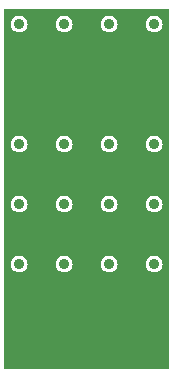
<source format=gbr>
G04 start of page 5 for group 3 idx 3 *
G04 Title: ChangeClearSize Action Test, IN3 *
G04 Creator: pcb v4.1.0-g2256aec2 *
G04 CreationDate: Sun May 13 23:41:24 2018 UTC *
G04 For: parkecw1 *
G04 Format: Gerber/RS-274X *
G04 PCB-Dimensions (mil): 1400.00 1500.00 *
G04 PCB-Coordinate-Origin: lower left *
%MOIN*%
%FSLAX25Y25*%
%LNGROUP3*%
%ADD23C,0.0200*%
%ADD22C,0.0360*%
%ADD21C,0.0001*%
G54D21*G36*
X84996Y130000D02*X90000D01*
Y10000D01*
X84996D01*
Y42192D01*
X85000Y42191D01*
X85439Y42226D01*
X85868Y42329D01*
X86275Y42497D01*
X86651Y42728D01*
X86986Y43014D01*
X87272Y43349D01*
X87503Y43725D01*
X87671Y44132D01*
X87774Y44561D01*
X87800Y45000D01*
X87774Y45439D01*
X87671Y45868D01*
X87503Y46275D01*
X87272Y46651D01*
X86986Y46986D01*
X86651Y47272D01*
X86275Y47503D01*
X85868Y47671D01*
X85439Y47774D01*
X85000Y47809D01*
X84996Y47808D01*
Y62192D01*
X85000Y62191D01*
X85439Y62226D01*
X85868Y62329D01*
X86275Y62497D01*
X86651Y62728D01*
X86986Y63014D01*
X87272Y63349D01*
X87503Y63725D01*
X87671Y64132D01*
X87774Y64561D01*
X87800Y65000D01*
X87774Y65439D01*
X87671Y65868D01*
X87503Y66275D01*
X87272Y66651D01*
X86986Y66986D01*
X86651Y67272D01*
X86275Y67503D01*
X85868Y67671D01*
X85439Y67774D01*
X85000Y67809D01*
X84996Y67808D01*
Y82192D01*
X85000Y82191D01*
X85439Y82226D01*
X85868Y82329D01*
X86275Y82497D01*
X86651Y82728D01*
X86986Y83014D01*
X87272Y83349D01*
X87503Y83725D01*
X87671Y84132D01*
X87774Y84561D01*
X87800Y85000D01*
X87774Y85439D01*
X87671Y85868D01*
X87503Y86275D01*
X87272Y86651D01*
X86986Y86986D01*
X86651Y87272D01*
X86275Y87503D01*
X85868Y87671D01*
X85439Y87774D01*
X85000Y87809D01*
X84996Y87808D01*
Y122192D01*
X85000Y122191D01*
X85439Y122226D01*
X85868Y122329D01*
X86275Y122497D01*
X86651Y122728D01*
X86986Y123014D01*
X87272Y123349D01*
X87503Y123725D01*
X87671Y124132D01*
X87774Y124561D01*
X87800Y125000D01*
X87774Y125439D01*
X87671Y125868D01*
X87503Y126275D01*
X87272Y126651D01*
X86986Y126986D01*
X86651Y127272D01*
X86275Y127503D01*
X85868Y127671D01*
X85439Y127774D01*
X85000Y127809D01*
X84996Y127808D01*
Y130000D01*
G37*
G36*
X69996D02*X84996D01*
Y127808D01*
X84561Y127774D01*
X84132Y127671D01*
X83725Y127503D01*
X83349Y127272D01*
X83014Y126986D01*
X82728Y126651D01*
X82497Y126275D01*
X82329Y125868D01*
X82226Y125439D01*
X82191Y125000D01*
X82226Y124561D01*
X82329Y124132D01*
X82497Y123725D01*
X82728Y123349D01*
X83014Y123014D01*
X83349Y122728D01*
X83725Y122497D01*
X84132Y122329D01*
X84561Y122226D01*
X84996Y122192D01*
Y87808D01*
X84561Y87774D01*
X84132Y87671D01*
X83725Y87503D01*
X83349Y87272D01*
X83014Y86986D01*
X82728Y86651D01*
X82497Y86275D01*
X82329Y85868D01*
X82226Y85439D01*
X82191Y85000D01*
X82226Y84561D01*
X82329Y84132D01*
X82497Y83725D01*
X82728Y83349D01*
X83014Y83014D01*
X83349Y82728D01*
X83725Y82497D01*
X84132Y82329D01*
X84561Y82226D01*
X84996Y82192D01*
Y67808D01*
X84561Y67774D01*
X84132Y67671D01*
X83725Y67503D01*
X83349Y67272D01*
X83014Y66986D01*
X82728Y66651D01*
X82497Y66275D01*
X82329Y65868D01*
X82226Y65439D01*
X82191Y65000D01*
X82226Y64561D01*
X82329Y64132D01*
X82497Y63725D01*
X82728Y63349D01*
X83014Y63014D01*
X83349Y62728D01*
X83725Y62497D01*
X84132Y62329D01*
X84561Y62226D01*
X84996Y62192D01*
Y47808D01*
X84561Y47774D01*
X84132Y47671D01*
X83725Y47503D01*
X83349Y47272D01*
X83014Y46986D01*
X82728Y46651D01*
X82497Y46275D01*
X82329Y45868D01*
X82226Y45439D01*
X82191Y45000D01*
X82226Y44561D01*
X82329Y44132D01*
X82497Y43725D01*
X82728Y43349D01*
X83014Y43014D01*
X83349Y42728D01*
X83725Y42497D01*
X84132Y42329D01*
X84561Y42226D01*
X84996Y42192D01*
Y10000D01*
X69996D01*
Y42192D01*
X70000Y42191D01*
X70439Y42226D01*
X70868Y42329D01*
X71275Y42497D01*
X71651Y42728D01*
X71986Y43014D01*
X72272Y43349D01*
X72503Y43725D01*
X72671Y44132D01*
X72774Y44561D01*
X72800Y45000D01*
X72774Y45439D01*
X72671Y45868D01*
X72503Y46275D01*
X72272Y46651D01*
X71986Y46986D01*
X71651Y47272D01*
X71275Y47503D01*
X70868Y47671D01*
X70439Y47774D01*
X70000Y47809D01*
X69996Y47808D01*
Y62192D01*
X70000Y62191D01*
X70439Y62226D01*
X70868Y62329D01*
X71275Y62497D01*
X71651Y62728D01*
X71986Y63014D01*
X72272Y63349D01*
X72503Y63725D01*
X72671Y64132D01*
X72774Y64561D01*
X72800Y65000D01*
X72774Y65439D01*
X72671Y65868D01*
X72503Y66275D01*
X72272Y66651D01*
X71986Y66986D01*
X71651Y67272D01*
X71275Y67503D01*
X70868Y67671D01*
X70439Y67774D01*
X70000Y67809D01*
X69996Y67808D01*
Y82192D01*
X70000Y82191D01*
X70439Y82226D01*
X70868Y82329D01*
X71275Y82497D01*
X71651Y82728D01*
X71986Y83014D01*
X72272Y83349D01*
X72503Y83725D01*
X72671Y84132D01*
X72774Y84561D01*
X72800Y85000D01*
X72774Y85439D01*
X72671Y85868D01*
X72503Y86275D01*
X72272Y86651D01*
X71986Y86986D01*
X71651Y87272D01*
X71275Y87503D01*
X70868Y87671D01*
X70439Y87774D01*
X70000Y87809D01*
X69996Y87808D01*
Y122192D01*
X70000Y122191D01*
X70439Y122226D01*
X70868Y122329D01*
X71275Y122497D01*
X71651Y122728D01*
X71986Y123014D01*
X72272Y123349D01*
X72503Y123725D01*
X72671Y124132D01*
X72774Y124561D01*
X72800Y125000D01*
X72774Y125439D01*
X72671Y125868D01*
X72503Y126275D01*
X72272Y126651D01*
X71986Y126986D01*
X71651Y127272D01*
X71275Y127503D01*
X70868Y127671D01*
X70439Y127774D01*
X70000Y127809D01*
X69996Y127808D01*
Y130000D01*
G37*
G36*
X54996D02*X69996D01*
Y127808D01*
X69561Y127774D01*
X69132Y127671D01*
X68725Y127503D01*
X68349Y127272D01*
X68014Y126986D01*
X67728Y126651D01*
X67497Y126275D01*
X67329Y125868D01*
X67226Y125439D01*
X67191Y125000D01*
X67226Y124561D01*
X67329Y124132D01*
X67497Y123725D01*
X67728Y123349D01*
X68014Y123014D01*
X68349Y122728D01*
X68725Y122497D01*
X69132Y122329D01*
X69561Y122226D01*
X69996Y122192D01*
Y87808D01*
X69561Y87774D01*
X69132Y87671D01*
X68725Y87503D01*
X68349Y87272D01*
X68014Y86986D01*
X67728Y86651D01*
X67497Y86275D01*
X67329Y85868D01*
X67226Y85439D01*
X67191Y85000D01*
X67226Y84561D01*
X67329Y84132D01*
X67497Y83725D01*
X67728Y83349D01*
X68014Y83014D01*
X68349Y82728D01*
X68725Y82497D01*
X69132Y82329D01*
X69561Y82226D01*
X69996Y82192D01*
Y67808D01*
X69561Y67774D01*
X69132Y67671D01*
X68725Y67503D01*
X68349Y67272D01*
X68014Y66986D01*
X67728Y66651D01*
X67497Y66275D01*
X67329Y65868D01*
X67226Y65439D01*
X67191Y65000D01*
X67226Y64561D01*
X67329Y64132D01*
X67497Y63725D01*
X67728Y63349D01*
X68014Y63014D01*
X68349Y62728D01*
X68725Y62497D01*
X69132Y62329D01*
X69561Y62226D01*
X69996Y62192D01*
Y47808D01*
X69561Y47774D01*
X69132Y47671D01*
X68725Y47503D01*
X68349Y47272D01*
X68014Y46986D01*
X67728Y46651D01*
X67497Y46275D01*
X67329Y45868D01*
X67226Y45439D01*
X67191Y45000D01*
X67226Y44561D01*
X67329Y44132D01*
X67497Y43725D01*
X67728Y43349D01*
X68014Y43014D01*
X68349Y42728D01*
X68725Y42497D01*
X69132Y42329D01*
X69561Y42226D01*
X69996Y42192D01*
Y10000D01*
X54996D01*
Y42192D01*
X55000Y42191D01*
X55439Y42226D01*
X55868Y42329D01*
X56275Y42497D01*
X56651Y42728D01*
X56986Y43014D01*
X57272Y43349D01*
X57503Y43725D01*
X57671Y44132D01*
X57774Y44561D01*
X57800Y45000D01*
X57774Y45439D01*
X57671Y45868D01*
X57503Y46275D01*
X57272Y46651D01*
X56986Y46986D01*
X56651Y47272D01*
X56275Y47503D01*
X55868Y47671D01*
X55439Y47774D01*
X55000Y47809D01*
X54996Y47808D01*
Y62192D01*
X55000Y62191D01*
X55439Y62226D01*
X55868Y62329D01*
X56275Y62497D01*
X56651Y62728D01*
X56986Y63014D01*
X57272Y63349D01*
X57503Y63725D01*
X57671Y64132D01*
X57774Y64561D01*
X57800Y65000D01*
X57774Y65439D01*
X57671Y65868D01*
X57503Y66275D01*
X57272Y66651D01*
X56986Y66986D01*
X56651Y67272D01*
X56275Y67503D01*
X55868Y67671D01*
X55439Y67774D01*
X55000Y67809D01*
X54996Y67808D01*
Y82192D01*
X55000Y82191D01*
X55439Y82226D01*
X55868Y82329D01*
X56275Y82497D01*
X56651Y82728D01*
X56986Y83014D01*
X57272Y83349D01*
X57503Y83725D01*
X57671Y84132D01*
X57774Y84561D01*
X57800Y85000D01*
X57774Y85439D01*
X57671Y85868D01*
X57503Y86275D01*
X57272Y86651D01*
X56986Y86986D01*
X56651Y87272D01*
X56275Y87503D01*
X55868Y87671D01*
X55439Y87774D01*
X55000Y87809D01*
X54996Y87808D01*
Y122192D01*
X55000Y122191D01*
X55439Y122226D01*
X55868Y122329D01*
X56275Y122497D01*
X56651Y122728D01*
X56986Y123014D01*
X57272Y123349D01*
X57503Y123725D01*
X57671Y124132D01*
X57774Y124561D01*
X57800Y125000D01*
X57774Y125439D01*
X57671Y125868D01*
X57503Y126275D01*
X57272Y126651D01*
X56986Y126986D01*
X56651Y127272D01*
X56275Y127503D01*
X55868Y127671D01*
X55439Y127774D01*
X55000Y127809D01*
X54996Y127808D01*
Y130000D01*
G37*
G36*
X39996D02*X54996D01*
Y127808D01*
X54561Y127774D01*
X54132Y127671D01*
X53725Y127503D01*
X53349Y127272D01*
X53014Y126986D01*
X52728Y126651D01*
X52497Y126275D01*
X52329Y125868D01*
X52226Y125439D01*
X52191Y125000D01*
X52226Y124561D01*
X52329Y124132D01*
X52497Y123725D01*
X52728Y123349D01*
X53014Y123014D01*
X53349Y122728D01*
X53725Y122497D01*
X54132Y122329D01*
X54561Y122226D01*
X54996Y122192D01*
Y87808D01*
X54561Y87774D01*
X54132Y87671D01*
X53725Y87503D01*
X53349Y87272D01*
X53014Y86986D01*
X52728Y86651D01*
X52497Y86275D01*
X52329Y85868D01*
X52226Y85439D01*
X52191Y85000D01*
X52226Y84561D01*
X52329Y84132D01*
X52497Y83725D01*
X52728Y83349D01*
X53014Y83014D01*
X53349Y82728D01*
X53725Y82497D01*
X54132Y82329D01*
X54561Y82226D01*
X54996Y82192D01*
Y67808D01*
X54561Y67774D01*
X54132Y67671D01*
X53725Y67503D01*
X53349Y67272D01*
X53014Y66986D01*
X52728Y66651D01*
X52497Y66275D01*
X52329Y65868D01*
X52226Y65439D01*
X52191Y65000D01*
X52226Y64561D01*
X52329Y64132D01*
X52497Y63725D01*
X52728Y63349D01*
X53014Y63014D01*
X53349Y62728D01*
X53725Y62497D01*
X54132Y62329D01*
X54561Y62226D01*
X54996Y62192D01*
Y47808D01*
X54561Y47774D01*
X54132Y47671D01*
X53725Y47503D01*
X53349Y47272D01*
X53014Y46986D01*
X52728Y46651D01*
X52497Y46275D01*
X52329Y45868D01*
X52226Y45439D01*
X52191Y45000D01*
X52226Y44561D01*
X52329Y44132D01*
X52497Y43725D01*
X52728Y43349D01*
X53014Y43014D01*
X53349Y42728D01*
X53725Y42497D01*
X54132Y42329D01*
X54561Y42226D01*
X54996Y42192D01*
Y10000D01*
X39996D01*
Y42192D01*
X40000Y42191D01*
X40439Y42226D01*
X40868Y42329D01*
X41275Y42497D01*
X41651Y42728D01*
X41986Y43014D01*
X42272Y43349D01*
X42503Y43725D01*
X42671Y44132D01*
X42774Y44561D01*
X42800Y45000D01*
X42774Y45439D01*
X42671Y45868D01*
X42503Y46275D01*
X42272Y46651D01*
X41986Y46986D01*
X41651Y47272D01*
X41275Y47503D01*
X40868Y47671D01*
X40439Y47774D01*
X40000Y47809D01*
X39996Y47808D01*
Y62192D01*
X40000Y62191D01*
X40439Y62226D01*
X40868Y62329D01*
X41275Y62497D01*
X41651Y62728D01*
X41986Y63014D01*
X42272Y63349D01*
X42503Y63725D01*
X42671Y64132D01*
X42774Y64561D01*
X42800Y65000D01*
X42774Y65439D01*
X42671Y65868D01*
X42503Y66275D01*
X42272Y66651D01*
X41986Y66986D01*
X41651Y67272D01*
X41275Y67503D01*
X40868Y67671D01*
X40439Y67774D01*
X40000Y67809D01*
X39996Y67808D01*
Y82192D01*
X40000Y82191D01*
X40439Y82226D01*
X40868Y82329D01*
X41275Y82497D01*
X41651Y82728D01*
X41986Y83014D01*
X42272Y83349D01*
X42503Y83725D01*
X42671Y84132D01*
X42774Y84561D01*
X42800Y85000D01*
X42774Y85439D01*
X42671Y85868D01*
X42503Y86275D01*
X42272Y86651D01*
X41986Y86986D01*
X41651Y87272D01*
X41275Y87503D01*
X40868Y87671D01*
X40439Y87774D01*
X40000Y87809D01*
X39996Y87808D01*
Y122192D01*
X40000Y122191D01*
X40439Y122226D01*
X40868Y122329D01*
X41275Y122497D01*
X41651Y122728D01*
X41986Y123014D01*
X42272Y123349D01*
X42503Y123725D01*
X42671Y124132D01*
X42774Y124561D01*
X42800Y125000D01*
X42774Y125439D01*
X42671Y125868D01*
X42503Y126275D01*
X42272Y126651D01*
X41986Y126986D01*
X41651Y127272D01*
X41275Y127503D01*
X40868Y127671D01*
X40439Y127774D01*
X40000Y127809D01*
X39996Y127808D01*
Y130000D01*
G37*
G36*
X35000D02*X39996D01*
Y127808D01*
X39561Y127774D01*
X39132Y127671D01*
X38725Y127503D01*
X38349Y127272D01*
X38014Y126986D01*
X37728Y126651D01*
X37497Y126275D01*
X37329Y125868D01*
X37226Y125439D01*
X37191Y125000D01*
X37226Y124561D01*
X37329Y124132D01*
X37497Y123725D01*
X37728Y123349D01*
X38014Y123014D01*
X38349Y122728D01*
X38725Y122497D01*
X39132Y122329D01*
X39561Y122226D01*
X39996Y122192D01*
Y87808D01*
X39561Y87774D01*
X39132Y87671D01*
X38725Y87503D01*
X38349Y87272D01*
X38014Y86986D01*
X37728Y86651D01*
X37497Y86275D01*
X37329Y85868D01*
X37226Y85439D01*
X37191Y85000D01*
X37226Y84561D01*
X37329Y84132D01*
X37497Y83725D01*
X37728Y83349D01*
X38014Y83014D01*
X38349Y82728D01*
X38725Y82497D01*
X39132Y82329D01*
X39561Y82226D01*
X39996Y82192D01*
Y67808D01*
X39561Y67774D01*
X39132Y67671D01*
X38725Y67503D01*
X38349Y67272D01*
X38014Y66986D01*
X37728Y66651D01*
X37497Y66275D01*
X37329Y65868D01*
X37226Y65439D01*
X37191Y65000D01*
X37226Y64561D01*
X37329Y64132D01*
X37497Y63725D01*
X37728Y63349D01*
X38014Y63014D01*
X38349Y62728D01*
X38725Y62497D01*
X39132Y62329D01*
X39561Y62226D01*
X39996Y62192D01*
Y47808D01*
X39561Y47774D01*
X39132Y47671D01*
X38725Y47503D01*
X38349Y47272D01*
X38014Y46986D01*
X37728Y46651D01*
X37497Y46275D01*
X37329Y45868D01*
X37226Y45439D01*
X37191Y45000D01*
X37226Y44561D01*
X37329Y44132D01*
X37497Y43725D01*
X37728Y43349D01*
X38014Y43014D01*
X38349Y42728D01*
X38725Y42497D01*
X39132Y42329D01*
X39561Y42226D01*
X39996Y42192D01*
Y10000D01*
X35000D01*
Y130000D01*
G37*
G54D22*X85000Y35000D03*
X70000D03*
X85000Y45000D03*
X40000Y35000D03*
X55000D03*
X40000Y45000D03*
X55000D03*
X70000D03*
X40000Y85000D03*
Y75000D03*
Y65000D03*
Y55000D03*
X70000Y85000D03*
Y75000D03*
Y65000D03*
Y55000D03*
X55000Y85000D03*
Y75000D03*
Y65000D03*
Y55000D03*
X85000Y85000D03*
Y75000D03*
Y65000D03*
Y55000D03*
X70000Y125000D03*
X85000D03*
X70000Y115000D03*
X40000Y125000D03*
X55000D03*
X40000Y115000D03*
X55000D03*
X85000D03*
G54D23*M02*

</source>
